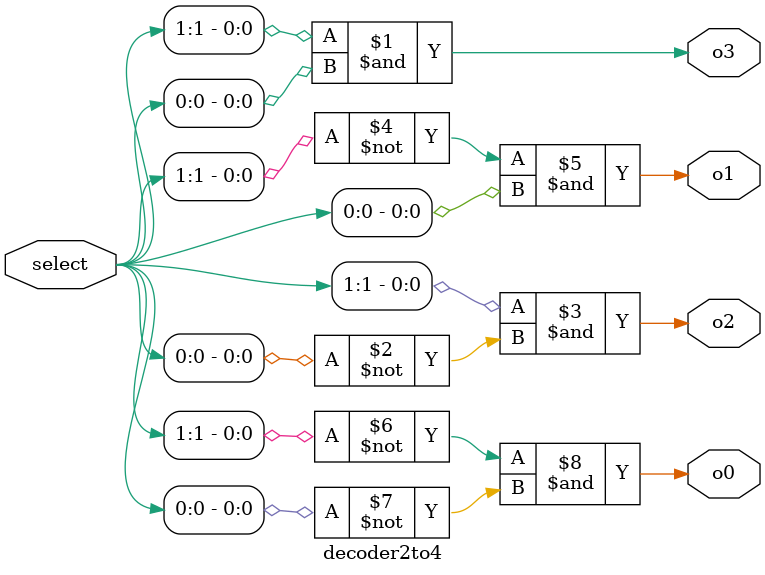
<source format=v>
module decoder2to4(select,o0,o1,o2,o3);
	input [1:0]select;
	output o0;
	output o1;
	output o2;
	output o3;

	assign o3 = select[1] & select[0];
	assign o2 = select[1] & ~select[0];
	assign o1 = ~select[1] & select[0];
	assign o0 = ~select[1] & ~select[0];

endmodule 
</source>
